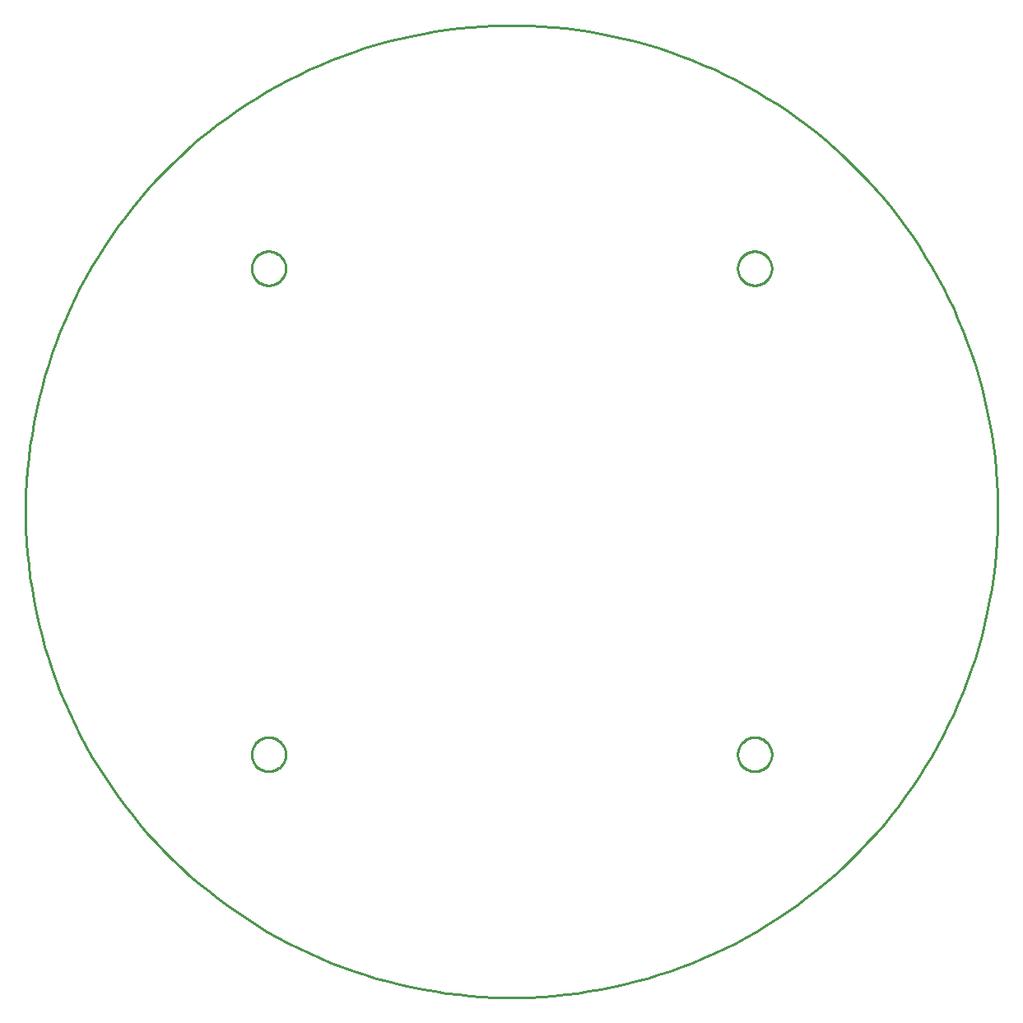
<source format=gbr>
G04 EAGLE Gerber RS-274X export*
G75*
%MOMM*%
%FSLAX34Y34*%
%LPD*%
%IN*%
%IPPOS*%
%AMOC8*
5,1,8,0,0,1.08239X$1,22.5*%
G01*
%ADD10C,0.254000*%


D10*
X1000000Y493864D02*
X1000000Y506136D01*
X999699Y518405D01*
X999097Y530663D01*
X998194Y542902D01*
X996991Y555115D01*
X995489Y567295D01*
X993688Y579435D01*
X991590Y591527D01*
X989196Y603564D01*
X986507Y615538D01*
X983525Y627442D01*
X980251Y639270D01*
X976689Y651014D01*
X972839Y662667D01*
X968705Y674222D01*
X964288Y685673D01*
X959592Y697011D01*
X954618Y708230D01*
X949371Y719325D01*
X943853Y730287D01*
X938068Y741110D01*
X932019Y751788D01*
X925710Y762315D01*
X919144Y772683D01*
X912326Y782887D01*
X905259Y792921D01*
X897948Y802778D01*
X890398Y812453D01*
X882612Y821940D01*
X874596Y831233D01*
X866355Y840326D01*
X857892Y849214D01*
X849214Y857892D01*
X840326Y866355D01*
X831233Y874596D01*
X821940Y882612D01*
X812453Y890398D01*
X802778Y897948D01*
X792921Y905259D01*
X782887Y912326D01*
X772683Y919144D01*
X762315Y925710D01*
X751788Y932019D01*
X741110Y938068D01*
X730287Y943853D01*
X719325Y949371D01*
X708230Y954618D01*
X697011Y959592D01*
X685673Y964288D01*
X674222Y968705D01*
X662667Y972839D01*
X651014Y976689D01*
X639270Y980251D01*
X627442Y983525D01*
X615538Y986507D01*
X603564Y989196D01*
X591527Y991590D01*
X579435Y993688D01*
X567295Y995489D01*
X555115Y996991D01*
X542902Y998194D01*
X530663Y999097D01*
X518405Y999699D01*
X506136Y1000000D01*
X493864Y1000000D01*
X481595Y999699D01*
X469337Y999097D01*
X457098Y998194D01*
X444885Y996991D01*
X432705Y995489D01*
X420565Y993688D01*
X408473Y991590D01*
X396437Y989196D01*
X384462Y986507D01*
X372558Y983525D01*
X360730Y980251D01*
X348986Y976689D01*
X337333Y972839D01*
X325778Y968705D01*
X314327Y964288D01*
X302989Y959592D01*
X291770Y954618D01*
X280675Y949371D01*
X269713Y943853D01*
X258890Y938068D01*
X248212Y932019D01*
X237685Y925710D01*
X227317Y919144D01*
X217113Y912326D01*
X207079Y905259D01*
X197222Y897948D01*
X187547Y890398D01*
X178060Y882612D01*
X168767Y874596D01*
X159674Y866355D01*
X150786Y857892D01*
X142108Y849214D01*
X133645Y840326D01*
X125404Y831233D01*
X117388Y821940D01*
X109602Y812453D01*
X102052Y802778D01*
X94741Y792921D01*
X87674Y782887D01*
X80856Y772683D01*
X74290Y762315D01*
X67981Y751788D01*
X61932Y741110D01*
X56147Y730287D01*
X50629Y719325D01*
X45382Y708230D01*
X40408Y697011D01*
X35712Y685673D01*
X31295Y674222D01*
X27161Y662667D01*
X23311Y651014D01*
X19749Y639270D01*
X16475Y627442D01*
X13493Y615538D01*
X10804Y603564D01*
X8410Y591527D01*
X6312Y579435D01*
X4511Y567295D01*
X3009Y555115D01*
X1806Y542902D01*
X903Y530663D01*
X301Y518405D01*
X0Y506136D01*
X0Y493864D01*
X301Y481595D01*
X903Y469337D01*
X1806Y457098D01*
X3009Y444885D01*
X4511Y432705D01*
X6312Y420565D01*
X8410Y408473D01*
X10804Y396437D01*
X13493Y384462D01*
X16475Y372558D01*
X19749Y360730D01*
X23311Y348986D01*
X27161Y337333D01*
X31295Y325778D01*
X35712Y314327D01*
X40408Y302989D01*
X45382Y291770D01*
X50629Y280675D01*
X56147Y269713D01*
X61932Y258890D01*
X67981Y248212D01*
X74290Y237685D01*
X80856Y227317D01*
X87674Y217113D01*
X94741Y207079D01*
X102052Y197222D01*
X109602Y187547D01*
X117388Y178060D01*
X125404Y168767D01*
X133645Y159674D01*
X142108Y150786D01*
X150786Y142108D01*
X159674Y133645D01*
X168767Y125404D01*
X178060Y117388D01*
X187547Y109602D01*
X197222Y102052D01*
X207079Y94741D01*
X217113Y87674D01*
X227317Y80856D01*
X237685Y74290D01*
X248212Y67981D01*
X258890Y61932D01*
X269713Y56147D01*
X280675Y50629D01*
X291770Y45382D01*
X302989Y40408D01*
X314327Y35712D01*
X325778Y31295D01*
X337333Y27161D01*
X348986Y23311D01*
X360730Y19749D01*
X372558Y16475D01*
X384462Y13493D01*
X396437Y10804D01*
X408473Y8410D01*
X420565Y6312D01*
X432705Y4511D01*
X444885Y3009D01*
X457098Y1806D01*
X469337Y903D01*
X481595Y301D01*
X493864Y0D01*
X506136Y0D01*
X518405Y301D01*
X530663Y903D01*
X542902Y1806D01*
X555115Y3009D01*
X567295Y4511D01*
X579435Y6312D01*
X591527Y8410D01*
X603564Y10804D01*
X615538Y13493D01*
X627442Y16475D01*
X639270Y19749D01*
X651014Y23311D01*
X662667Y27161D01*
X674222Y31295D01*
X685673Y35712D01*
X697011Y40408D01*
X708230Y45382D01*
X719325Y50629D01*
X730287Y56147D01*
X741110Y61932D01*
X751788Y67981D01*
X762315Y74290D01*
X772683Y80856D01*
X782887Y87674D01*
X792921Y94741D01*
X802778Y102052D01*
X812453Y109602D01*
X821940Y117388D01*
X831233Y125404D01*
X840326Y133645D01*
X849214Y142108D01*
X857892Y150786D01*
X866355Y159674D01*
X874596Y168767D01*
X882612Y178060D01*
X890398Y187547D01*
X897948Y197222D01*
X905259Y207079D01*
X912326Y217113D01*
X919144Y227317D01*
X925710Y237685D01*
X932019Y248212D01*
X938068Y258890D01*
X943853Y269713D01*
X949371Y280675D01*
X954618Y291770D01*
X959592Y302989D01*
X964288Y314327D01*
X968705Y325778D01*
X972839Y337333D01*
X976689Y348986D01*
X980251Y360730D01*
X983525Y372558D01*
X986507Y384462D01*
X989196Y396437D01*
X991590Y408473D01*
X993688Y420565D01*
X995489Y432705D01*
X996991Y444885D01*
X998194Y457098D01*
X999097Y469337D01*
X999699Y481595D01*
X1000000Y493864D01*
X767500Y749427D02*
X767425Y748284D01*
X767276Y747148D01*
X767052Y746024D01*
X766755Y744917D01*
X766387Y743832D01*
X765949Y742774D01*
X765442Y741746D01*
X764869Y740754D01*
X764232Y739801D01*
X763535Y738892D01*
X762779Y738031D01*
X761969Y737221D01*
X761108Y736465D01*
X760199Y735768D01*
X759246Y735131D01*
X758254Y734558D01*
X757226Y734051D01*
X756168Y733613D01*
X755083Y733245D01*
X753976Y732948D01*
X752852Y732725D01*
X751716Y732575D01*
X750573Y732500D01*
X749427Y732500D01*
X748284Y732575D01*
X747148Y732725D01*
X746024Y732948D01*
X744917Y733245D01*
X743832Y733613D01*
X742774Y734051D01*
X741746Y734558D01*
X740754Y735131D01*
X739801Y735768D01*
X738892Y736465D01*
X738031Y737221D01*
X737221Y738031D01*
X736465Y738892D01*
X735768Y739801D01*
X735131Y740754D01*
X734558Y741746D01*
X734051Y742774D01*
X733613Y743832D01*
X733245Y744917D01*
X732948Y746024D01*
X732725Y747148D01*
X732575Y748284D01*
X732500Y749427D01*
X732500Y750573D01*
X732575Y751716D01*
X732725Y752852D01*
X732948Y753976D01*
X733245Y755083D01*
X733613Y756168D01*
X734051Y757226D01*
X734558Y758254D01*
X735131Y759246D01*
X735768Y760199D01*
X736465Y761108D01*
X737221Y761969D01*
X738031Y762779D01*
X738892Y763535D01*
X739801Y764232D01*
X740754Y764869D01*
X741746Y765442D01*
X742774Y765949D01*
X743832Y766387D01*
X744917Y766755D01*
X746024Y767052D01*
X747148Y767276D01*
X748284Y767425D01*
X749427Y767500D01*
X750573Y767500D01*
X751716Y767425D01*
X752852Y767276D01*
X753976Y767052D01*
X755083Y766755D01*
X756168Y766387D01*
X757226Y765949D01*
X758254Y765442D01*
X759246Y764869D01*
X760199Y764232D01*
X761108Y763535D01*
X761969Y762779D01*
X762779Y761969D01*
X763535Y761108D01*
X764232Y760199D01*
X764869Y759246D01*
X765442Y758254D01*
X765949Y757226D01*
X766387Y756168D01*
X766755Y755083D01*
X767052Y753976D01*
X767276Y752852D01*
X767425Y751716D01*
X767500Y750573D01*
X767500Y749427D01*
X267500Y749427D02*
X267425Y748284D01*
X267276Y747148D01*
X267052Y746024D01*
X266755Y744917D01*
X266387Y743832D01*
X265949Y742774D01*
X265442Y741746D01*
X264869Y740754D01*
X264232Y739801D01*
X263535Y738892D01*
X262779Y738031D01*
X261969Y737221D01*
X261108Y736465D01*
X260199Y735768D01*
X259246Y735131D01*
X258254Y734558D01*
X257226Y734051D01*
X256168Y733613D01*
X255083Y733245D01*
X253976Y732948D01*
X252852Y732725D01*
X251716Y732575D01*
X250573Y732500D01*
X249427Y732500D01*
X248284Y732575D01*
X247148Y732725D01*
X246024Y732948D01*
X244917Y733245D01*
X243832Y733613D01*
X242774Y734051D01*
X241746Y734558D01*
X240754Y735131D01*
X239801Y735768D01*
X238892Y736465D01*
X238031Y737221D01*
X237221Y738031D01*
X236465Y738892D01*
X235768Y739801D01*
X235131Y740754D01*
X234558Y741746D01*
X234051Y742774D01*
X233613Y743832D01*
X233245Y744917D01*
X232948Y746024D01*
X232725Y747148D01*
X232575Y748284D01*
X232500Y749427D01*
X232500Y750573D01*
X232575Y751716D01*
X232725Y752852D01*
X232948Y753976D01*
X233245Y755083D01*
X233613Y756168D01*
X234051Y757226D01*
X234558Y758254D01*
X235131Y759246D01*
X235768Y760199D01*
X236465Y761108D01*
X237221Y761969D01*
X238031Y762779D01*
X238892Y763535D01*
X239801Y764232D01*
X240754Y764869D01*
X241746Y765442D01*
X242774Y765949D01*
X243832Y766387D01*
X244917Y766755D01*
X246024Y767052D01*
X247148Y767276D01*
X248284Y767425D01*
X249427Y767500D01*
X250573Y767500D01*
X251716Y767425D01*
X252852Y767276D01*
X253976Y767052D01*
X255083Y766755D01*
X256168Y766387D01*
X257226Y765949D01*
X258254Y765442D01*
X259246Y764869D01*
X260199Y764232D01*
X261108Y763535D01*
X261969Y762779D01*
X262779Y761969D01*
X263535Y761108D01*
X264232Y760199D01*
X264869Y759246D01*
X265442Y758254D01*
X265949Y757226D01*
X266387Y756168D01*
X266755Y755083D01*
X267052Y753976D01*
X267276Y752852D01*
X267425Y751716D01*
X267500Y750573D01*
X267500Y749427D01*
X767500Y249427D02*
X767425Y248284D01*
X767276Y247148D01*
X767052Y246024D01*
X766755Y244917D01*
X766387Y243832D01*
X765949Y242774D01*
X765442Y241746D01*
X764869Y240754D01*
X764232Y239801D01*
X763535Y238892D01*
X762779Y238031D01*
X761969Y237221D01*
X761108Y236465D01*
X760199Y235768D01*
X759246Y235131D01*
X758254Y234558D01*
X757226Y234051D01*
X756168Y233613D01*
X755083Y233245D01*
X753976Y232948D01*
X752852Y232725D01*
X751716Y232575D01*
X750573Y232500D01*
X749427Y232500D01*
X748284Y232575D01*
X747148Y232725D01*
X746024Y232948D01*
X744917Y233245D01*
X743832Y233613D01*
X742774Y234051D01*
X741746Y234558D01*
X740754Y235131D01*
X739801Y235768D01*
X738892Y236465D01*
X738031Y237221D01*
X737221Y238031D01*
X736465Y238892D01*
X735768Y239801D01*
X735131Y240754D01*
X734558Y241746D01*
X734051Y242774D01*
X733613Y243832D01*
X733245Y244917D01*
X732948Y246024D01*
X732725Y247148D01*
X732575Y248284D01*
X732500Y249427D01*
X732500Y250573D01*
X732575Y251716D01*
X732725Y252852D01*
X732948Y253976D01*
X733245Y255083D01*
X733613Y256168D01*
X734051Y257226D01*
X734558Y258254D01*
X735131Y259246D01*
X735768Y260199D01*
X736465Y261108D01*
X737221Y261969D01*
X738031Y262779D01*
X738892Y263535D01*
X739801Y264232D01*
X740754Y264869D01*
X741746Y265442D01*
X742774Y265949D01*
X743832Y266387D01*
X744917Y266755D01*
X746024Y267052D01*
X747148Y267276D01*
X748284Y267425D01*
X749427Y267500D01*
X750573Y267500D01*
X751716Y267425D01*
X752852Y267276D01*
X753976Y267052D01*
X755083Y266755D01*
X756168Y266387D01*
X757226Y265949D01*
X758254Y265442D01*
X759246Y264869D01*
X760199Y264232D01*
X761108Y263535D01*
X761969Y262779D01*
X762779Y261969D01*
X763535Y261108D01*
X764232Y260199D01*
X764869Y259246D01*
X765442Y258254D01*
X765949Y257226D01*
X766387Y256168D01*
X766755Y255083D01*
X767052Y253976D01*
X767276Y252852D01*
X767425Y251716D01*
X767500Y250573D01*
X767500Y249427D01*
X267500Y249427D02*
X267425Y248284D01*
X267276Y247148D01*
X267052Y246024D01*
X266755Y244917D01*
X266387Y243832D01*
X265949Y242774D01*
X265442Y241746D01*
X264869Y240754D01*
X264232Y239801D01*
X263535Y238892D01*
X262779Y238031D01*
X261969Y237221D01*
X261108Y236465D01*
X260199Y235768D01*
X259246Y235131D01*
X258254Y234558D01*
X257226Y234051D01*
X256168Y233613D01*
X255083Y233245D01*
X253976Y232948D01*
X252852Y232725D01*
X251716Y232575D01*
X250573Y232500D01*
X249427Y232500D01*
X248284Y232575D01*
X247148Y232725D01*
X246024Y232948D01*
X244917Y233245D01*
X243832Y233613D01*
X242774Y234051D01*
X241746Y234558D01*
X240754Y235131D01*
X239801Y235768D01*
X238892Y236465D01*
X238031Y237221D01*
X237221Y238031D01*
X236465Y238892D01*
X235768Y239801D01*
X235131Y240754D01*
X234558Y241746D01*
X234051Y242774D01*
X233613Y243832D01*
X233245Y244917D01*
X232948Y246024D01*
X232725Y247148D01*
X232575Y248284D01*
X232500Y249427D01*
X232500Y250573D01*
X232575Y251716D01*
X232725Y252852D01*
X232948Y253976D01*
X233245Y255083D01*
X233613Y256168D01*
X234051Y257226D01*
X234558Y258254D01*
X235131Y259246D01*
X235768Y260199D01*
X236465Y261108D01*
X237221Y261969D01*
X238031Y262779D01*
X238892Y263535D01*
X239801Y264232D01*
X240754Y264869D01*
X241746Y265442D01*
X242774Y265949D01*
X243832Y266387D01*
X244917Y266755D01*
X246024Y267052D01*
X247148Y267276D01*
X248284Y267425D01*
X249427Y267500D01*
X250573Y267500D01*
X251716Y267425D01*
X252852Y267276D01*
X253976Y267052D01*
X255083Y266755D01*
X256168Y266387D01*
X257226Y265949D01*
X258254Y265442D01*
X259246Y264869D01*
X260199Y264232D01*
X261108Y263535D01*
X261969Y262779D01*
X262779Y261969D01*
X263535Y261108D01*
X264232Y260199D01*
X264869Y259246D01*
X265442Y258254D01*
X265949Y257226D01*
X266387Y256168D01*
X266755Y255083D01*
X267052Y253976D01*
X267276Y252852D01*
X267425Y251716D01*
X267500Y250573D01*
X267500Y249427D01*
M02*

</source>
